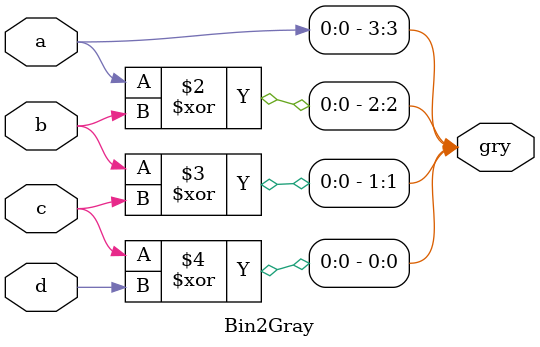
<source format=v>
`timescale 1ns/1ns

module Bin2Gray (a,b,c,d,gry);
    
    input a,b,c,d;
    output reg [3:0]gry;

    always @ (a,b,c,d)
    begin
        
        gry[3] = a;
        gry[2] = a^b;
        gry[1] = b^c;
        gry[0] = c^d;

    end

endmodule
</source>
